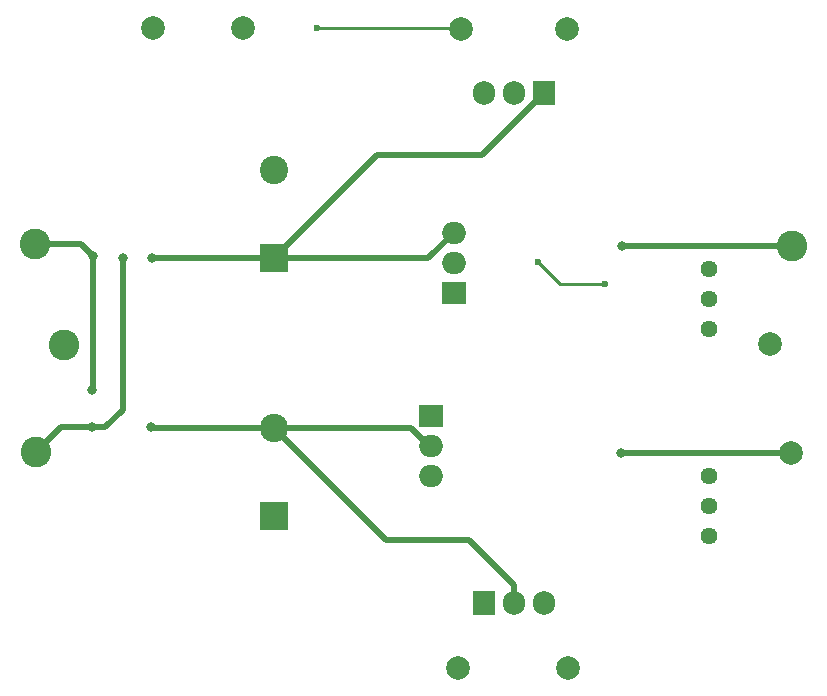
<source format=gbr>
G04 #@! TF.GenerationSoftware,KiCad,Pcbnew,(5.1.10-1-10_14)*
G04 #@! TF.CreationDate,2021-09-15T13:52:24+02:00*
G04 #@! TF.ProjectId,lv-lownoise-psu,6c762d6c-6f77-46e6-9f69-73652d707375,rev?*
G04 #@! TF.SameCoordinates,Original*
G04 #@! TF.FileFunction,Copper,L2,Bot*
G04 #@! TF.FilePolarity,Positive*
%FSLAX46Y46*%
G04 Gerber Fmt 4.6, Leading zero omitted, Abs format (unit mm)*
G04 Created by KiCad (PCBNEW (5.1.10-1-10_14)) date 2021-09-15 13:52:24*
%MOMM*%
%LPD*%
G01*
G04 APERTURE LIST*
G04 #@! TA.AperFunction,ComponentPad*
%ADD10C,2.000000*%
G04 #@! TD*
G04 #@! TA.AperFunction,ComponentPad*
%ADD11O,2.000000X1.905000*%
G04 #@! TD*
G04 #@! TA.AperFunction,ComponentPad*
%ADD12R,2.000000X1.905000*%
G04 #@! TD*
G04 #@! TA.AperFunction,ComponentPad*
%ADD13O,1.905000X2.000000*%
G04 #@! TD*
G04 #@! TA.AperFunction,ComponentPad*
%ADD14R,1.905000X2.000000*%
G04 #@! TD*
G04 #@! TA.AperFunction,ComponentPad*
%ADD15C,2.400000*%
G04 #@! TD*
G04 #@! TA.AperFunction,ComponentPad*
%ADD16R,2.400000X2.400000*%
G04 #@! TD*
G04 #@! TA.AperFunction,ComponentPad*
%ADD17C,1.440000*%
G04 #@! TD*
G04 #@! TA.AperFunction,ComponentPad*
%ADD18C,2.600000*%
G04 #@! TD*
G04 #@! TA.AperFunction,ViaPad*
%ADD19C,0.800000*%
G04 #@! TD*
G04 #@! TA.AperFunction,ViaPad*
%ADD20C,0.600000*%
G04 #@! TD*
G04 #@! TA.AperFunction,Conductor*
%ADD21C,0.500000*%
G04 #@! TD*
G04 #@! TA.AperFunction,Conductor*
%ADD22C,0.250000*%
G04 #@! TD*
G04 APERTURE END LIST*
D10*
X119761000Y-85471000D03*
X129032000Y-85471000D03*
X128968500Y-31369000D03*
X120015000Y-31369000D03*
X93916500Y-31305500D03*
X101536500Y-31305500D03*
X147955000Y-67310000D03*
X146113500Y-58039000D03*
D11*
X117475000Y-69215000D03*
X117475000Y-66675000D03*
D12*
X117475000Y-64135000D03*
D11*
X119380000Y-48641000D03*
X119380000Y-51181000D03*
D12*
X119380000Y-53721000D03*
D13*
X127000000Y-80010000D03*
X124460000Y-80010000D03*
D14*
X121920000Y-80010000D03*
D13*
X121920000Y-36830000D03*
X124460000Y-36830000D03*
D14*
X127000000Y-36830000D03*
D15*
X104140000Y-65151000D03*
D16*
X104140000Y-72651000D03*
D15*
X104140000Y-43300000D03*
D16*
X104140000Y-50800000D03*
D17*
X140970000Y-74295000D03*
X140970000Y-71755000D03*
X140970000Y-69215000D03*
X140970000Y-56832500D03*
X140970000Y-54292500D03*
X140970000Y-51752500D03*
D18*
X148018500Y-49784000D03*
X83921600Y-49631600D03*
X86360000Y-58166000D03*
X83972400Y-67259200D03*
D19*
X93827600Y-50800000D03*
X88849200Y-50647600D03*
X88726000Y-61997600D03*
X93726000Y-65125600D03*
D20*
X107759500Y-31305500D03*
D19*
X133604000Y-49784000D03*
X133540500Y-67310000D03*
X88747600Y-65125600D03*
X91338400Y-50800000D03*
D20*
X132207000Y-53022500D03*
X126496600Y-51112900D03*
D21*
X104140000Y-50800000D02*
X109982000Y-50800000D01*
X104140000Y-50800000D02*
X93827600Y-50800000D01*
X117221000Y-50800000D02*
X119380000Y-48641000D01*
X109982000Y-50800000D02*
X117221000Y-50800000D01*
X121729500Y-42100500D02*
X127000000Y-36830000D01*
X112839500Y-42100500D02*
X121729500Y-42100500D01*
X104140000Y-50800000D02*
X112839500Y-42100500D01*
X87833200Y-49631600D02*
X88849200Y-50647600D01*
X83921600Y-49631600D02*
X87833200Y-49631600D01*
X88849200Y-61874400D02*
X88726000Y-61997600D01*
X88849200Y-50647600D02*
X88849200Y-61874400D01*
X93751400Y-65151000D02*
X93726000Y-65125600D01*
X104140000Y-65151000D02*
X93751400Y-65151000D01*
X117252498Y-66675000D02*
X115728498Y-65151000D01*
X117475000Y-66675000D02*
X117252498Y-66675000D01*
X115728498Y-65151000D02*
X104140000Y-65151000D01*
X104140000Y-65151000D02*
X113665000Y-74676000D01*
X124460000Y-78510000D02*
X124460000Y-80010000D01*
X120626000Y-74676000D02*
X124460000Y-78510000D01*
X113665000Y-74676000D02*
X120626000Y-74676000D01*
D22*
X119951500Y-31305500D02*
X120015000Y-31369000D01*
X107759500Y-31305500D02*
X119951500Y-31305500D01*
D21*
X147993100Y-49809400D02*
X148018500Y-49784000D01*
X133604000Y-49784000D02*
X148018500Y-49784000D01*
X147929600Y-67284600D02*
X147955000Y-67310000D01*
X133540500Y-67310000D02*
X147955000Y-67310000D01*
X83972400Y-67259200D02*
X86106000Y-65125600D01*
X86106000Y-65125600D02*
X88747600Y-65125600D01*
X88747600Y-65125600D02*
X89865200Y-65125600D01*
X91338400Y-63652400D02*
X91338400Y-50800000D01*
X89865200Y-65125600D02*
X91338400Y-63652400D01*
D22*
X132207000Y-53022500D02*
X128406200Y-53022500D01*
X128406200Y-53022500D02*
X126496600Y-51112900D01*
M02*

</source>
